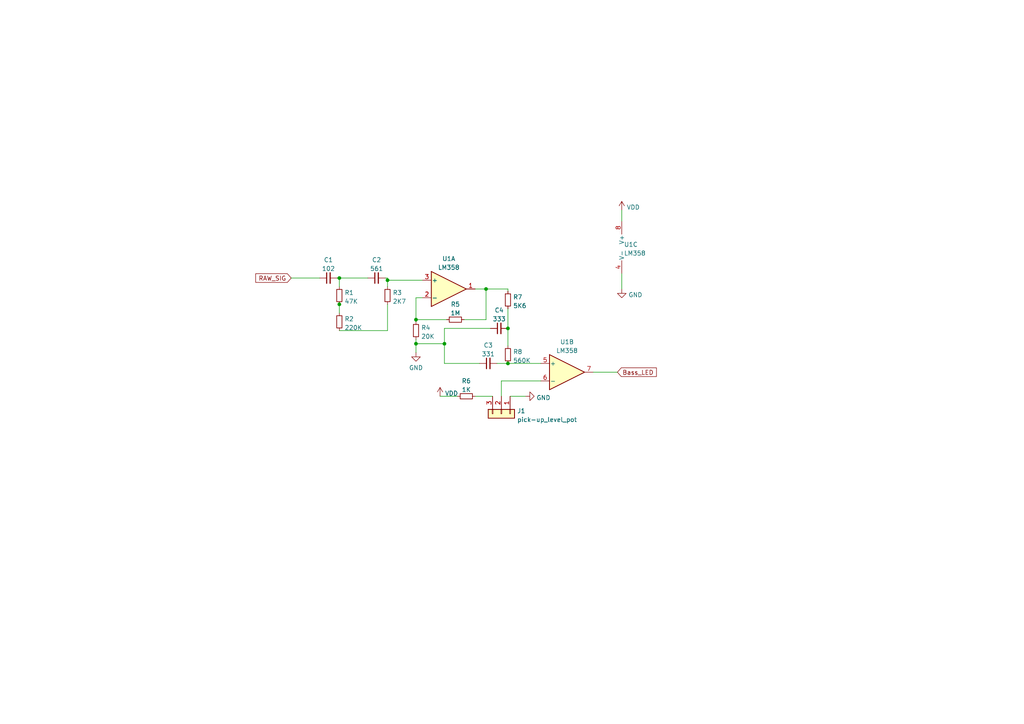
<source format=kicad_sch>
(kicad_sch (version 20211123) (generator eeschema)
  (paper "A4")
  (lib_symbols
    (symbol "Amplifier_Operational:LM358" (pin_names (offset 0.127))
      (property "Reference" "U" (at 0 5.08 0))
      (property "Value" "LM358" (at 0 -5.08 0))
      (symbol "LM358_1_1"
        (polyline (pts (xy -5.08 5.08) (xy 5.08 0) (xy -5.08 -5.08) (xy -5.08 5.08)) (stroke (width 0.254)) (fill (type background)))
        (pin output line (at 7.62 0 180) (length 2.54) (name "~") (number "1"))
        (pin input line (at -7.62 -2.54 0) (length 2.54) (name "-") (number "2"))
        (pin input line (at -7.62 2.54 0) (length 2.54) (name "+") (number "3"))
      )
      (symbol "LM358_2_1"
        (polyline (pts (xy -5.08 5.08) (xy 5.08 0) (xy -5.08 -5.08) (xy -5.08 5.08)) (stroke (width 0.254)) (fill (type background)))
        (pin input line (at -7.62 2.54 0) (length 2.54) (name "+") (number "5"))
        (pin input line (at -7.62 -2.54 0) (length 2.54) (name "-") (number "6"))
        (pin output line (at 7.62 0 180) (length 2.54) (name "~") (number "7"))
      )
      (symbol "LM358_3_1"
        (pin power_in line (at -2.54 -7.62 90) (length 3.81) (name "V-") (number "4"))
        (pin power_in line (at -2.54 7.62 270) (length 3.81) (name "V+") (number "8"))
      )
    )
    (symbol "Connector_Generic:Conn_01x03" (pin_names (offset 1.016) hide)
      (property "Reference" "J" (at 0 5.08 0))
      (property "Value" "Conn_01x03" (at 0 -5.08 0))
      (symbol "Conn_01x03_1_1"
        (rectangle (start -1.27 -2.413) (end 0 -2.667) (stroke (width 0.1524)))
        (rectangle (start -1.27 0.127) (end 0 -0.127) (stroke (width 0.1524)))
        (rectangle (start -1.27 2.667) (end 0 2.413) (stroke (width 0.1524)))
        (rectangle (start -1.27 3.81) (end 1.27 -3.81) (stroke (width 0.254)) (fill (type background)))
        (pin passive line (at -5.08 2.54 0) (length 3.81) (name "Pin_1") (number "1"))
        (pin passive line (at -5.08 0 0) (length 3.81) (name "Pin_2") (number "2"))
        (pin passive line (at -5.08 -2.54 0) (length 3.81) (name "Pin_3") (number "3"))
      )
    )
    (symbol "Device:C_Small" (pin_numbers hide) (pin_names (offset 0.254) hide)
      (property "Reference" "C" (at 0.254 1.778 0))
      (property "Value" "C_Small" (at 0.254 -2.032 0))
      (symbol "C_Small_0_1"
        (polyline (pts (xy -1.524 -0.508) (xy 1.524 -0.508)) (stroke (width 0.3302)))
        (polyline (pts (xy -1.524 0.508) (xy 1.524 0.508)) (stroke (width 0.3048)))
      )
      (symbol "C_Small_1_1"
        (pin passive line (at 0 2.54 270) (length 2.032) (name "~") (number "1"))
        (pin passive line (at 0 -2.54 90) (length 2.032) (name "~") (number "2"))
      )
    )
    (symbol "Device:R_Small" (pin_numbers hide) (pin_names (offset 0.254) hide)
      (property "Reference" "R" (at 0.762 0.508 0))
      (property "Value" "R_Small" (at 0.762 -1.016 0))
      (symbol "R_Small_0_1"
        (rectangle (start -0.762 1.778) (end 0.762 -1.778) (stroke (width 0.2032)))
      )
      (symbol "R_Small_1_1"
        (pin passive line (at 0 2.54 270) (length 0.762) (name "~") (number "1"))
        (pin passive line (at 0 -2.54 90) (length 0.762) (name "~") (number "2"))
      )
    )
    (symbol "power:GND" (power) (pin_names (offset 0))
      (property "Value" "GND" (at 0 -3.81 0))
      (symbol "GND_0_1"
        (polyline (pts (xy 0 0) (xy 0 -1.27) (xy 1.27 -1.27) (xy 0 -2.54) (xy -1.27 -1.27) (xy 0 -1.27)))
      )
      (symbol "GND_1_1"
        (pin power_in line (at 0 0 270) (length 0) hide (name "GND") (number "1"))
      )
    )
    (symbol "power:VDD" (power) (pin_names (offset 0))
      (property "Value" "VDD" (at 0 3.81 0))
      (symbol "VDD_0_1"
        (polyline (pts (xy -0.762 1.27) (xy 0 2.54)))
        (polyline (pts (xy 0 0) (xy 0 2.54)))
        (polyline (pts (xy 0 2.54) (xy 0.762 1.27)))
      )
      (symbol "VDD_1_1"
        (pin power_in line (at 0 0 90) (length 0) hide (name "VDD") (number "1"))
      )
    )
  )
  (junction (at 147.32 95.25))
  (junction (at 112.395 81.28))
  (junction (at 120.65 99.695))
  (junction (at 140.97 83.82))
  (junction (at 98.425 80.645))
  (junction (at 98.425 88.265))
  (junction (at 120.65 92.71))
  (junction (at 128.905 99.695))
  (junction (at 147.32 105.41))
  (wire (pts (xy 84.455 80.645) (xy 92.71 80.645)))
  (wire (pts (xy 98.425 88.265) (xy 98.425 90.805)))
  (wire (pts (xy 147.32 95.25) (xy 147.32 100.33)))
  (wire (pts (xy 139.065 105.41) (xy 128.905 105.41)))
  (wire (pts (xy 120.65 86.36) (xy 120.65 92.71)))
  (wire (pts (xy 120.65 92.71) (xy 120.65 93.345)))
  (wire (pts (xy 134.62 92.71) (xy 140.97 92.71)))
  (wire (pts (xy 112.395 81.28) (xy 112.395 83.185)))
  (wire (pts (xy 122.555 86.36) (xy 120.65 86.36)))
  (wire (pts (xy 147.32 89.535) (xy 147.32 95.25)))
  (wire (pts (xy 128.905 95.25) (xy 128.905 99.695)))
  (wire (pts (xy 145.415 114.935) (xy 145.415 110.49)))
  (wire (pts (xy 127.635 114.935) (xy 132.715 114.935)))
  (wire (pts (xy 147.32 105.41) (xy 156.845 105.41)))
  (wire (pts (xy 97.79 80.645) (xy 98.425 80.645)))
  (wire (pts (xy 112.395 95.885) (xy 98.425 95.885)))
  (wire (pts (xy 180.34 79.375) (xy 180.34 83.82)))
  (wire (pts (xy 142.24 95.25) (xy 128.905 95.25)))
  (wire (pts (xy 172.085 107.95) (xy 179.07 107.95)))
  (wire (pts (xy 180.34 60.96) (xy 180.34 64.135)))
  (wire (pts (xy 145.415 110.49) (xy 156.845 110.49)))
  (wire (pts (xy 129.54 92.71) (xy 120.65 92.71)))
  (wire (pts (xy 128.905 105.41) (xy 128.905 99.695)))
  (wire (pts (xy 140.97 83.82) (xy 147.32 83.82)))
  (wire (pts (xy 98.425 87.63) (xy 98.425 88.265)))
  (wire (pts (xy 98.425 80.645) (xy 106.68 80.645)))
  (wire (pts (xy 144.145 105.41) (xy 147.32 105.41)))
  (wire (pts (xy 98.425 83.185) (xy 98.425 80.645)))
  (wire (pts (xy 111.76 80.645) (xy 112.395 80.645)))
  (wire (pts (xy 120.65 99.695) (xy 120.65 102.235)))
  (wire (pts (xy 112.395 80.645) (xy 112.395 81.28)))
  (wire (pts (xy 112.395 81.28) (xy 122.555 81.28)))
  (wire (pts (xy 137.795 83.82) (xy 140.97 83.82)))
  (wire (pts (xy 147.32 83.82) (xy 147.32 84.455)))
  (wire (pts (xy 147.955 114.935) (xy 152.4 114.935)))
  (wire (pts (xy 137.795 114.935) (xy 142.875 114.935)))
  (wire (pts (xy 112.395 88.265) (xy 112.395 95.885)))
  (wire (pts (xy 140.97 92.71) (xy 140.97 83.82)))
  (wire (pts (xy 128.905 99.695) (xy 120.65 99.695)))
  (wire (pts (xy 120.65 98.425) (xy 120.65 99.695)))
  (global_label "RAW_SIG" (shape input) (at 84.455 80.645 180) (property "Intersheet References" "${INTERSHEET_REFS}" (effects hide)))
  (global_label "Bass_LED" (shape input) (at 179.07 107.95 0) (property "Intersheet References" "${INTERSHEET_REFS}" (effects hide)))
  (symbol (lib_id "Connector_Generic:Conn_01x03") (at 145.415 120.015 270) (unit 1)
    (property "Reference" "J1" (at 149.987 119.1803 90) (effects (justify left)))
    (property "Value" "pick-up_level_pot" (at 149.987 121.7172 90) (effects (justify left)))
    (property "Footprint" "Connector_PinHeader_2.54mm:PinHeader_1x03_P2.54mm_Vertical" (effects hide))
  )
  (symbol (lib_id "Device:R_Small") (at 147.32 86.995 0) (unit 1)
    (property "Reference" "R7" (at 148.8186 86.1603 0) (effects (justify left)))
    (property "Value" "5K6" (at 148.8186 88.6972 0) (effects (justify left)))
    (property "Footprint" "Resistor_THT:R_Axial_DIN0204_L3.6mm_D1.6mm_P5.08mm_Horizontal" (effects hide))
  )
  (symbol (lib_id "Device:C_Small") (at 141.605 105.41 90) (unit 1)
    (property "Reference" "C3" (at 141.6113 100.1481 90))
    (property "Value" "331" (at 141.6113 102.685 90))
    (property "Footprint" "Capacitor_THT:C_Disc_D7.0mm_W2.5mm_P5.00mm" (effects hide))
  )
  (symbol (lib_id "Device:C_Small") (at 95.25 80.645 90) (unit 1)
    (property "Reference" "C1" (at 95.2563 75.3831 90))
    (property "Value" "102" (at 95.2563 77.92 90))
    (property "Footprint" "Capacitor_THT:C_Disc_D7.0mm_W2.5mm_P5.00mm" (effects hide))
  )
  (symbol (lib_id "Amplifier_Operational:LM358") (at 130.175 83.82 0) (unit 1)
    (property "Reference" "U1" (at 130.175 75.0402 0))
    (property "Value" "LM358" (at 130.175 77.5771 0))
    (property "Footprint" "Package_DIP:DIP-8_W7.62mm" (effects hide))
    (property "Datasheet" "http://www.ti.com/lit/ds/symlink/lm2904-n.pdf" (effects hide))
  )
  (symbol (lib_id "Device:R_Small") (at 120.65 95.885 0) (unit 1)
    (property "Reference" "R4" (at 122.1486 95.0503 0) (effects (justify left)))
    (property "Value" "20K" (at 122.1486 97.5872 0) (effects (justify left)))
    (property "Footprint" "Resistor_THT:R_Axial_DIN0204_L3.6mm_D1.6mm_P5.08mm_Horizontal" (effects hide))
  )
  (symbol (lib_id "Device:R_Small") (at 132.08 92.71 270) (unit 1)
    (property "Reference" "R5" (at 132.08 88.2736 90))
    (property "Value" "1M" (at 132.08 90.8105 90))
    (property "Footprint" "Resistor_THT:R_Axial_DIN0204_L3.6mm_D1.6mm_P5.08mm_Horizontal" (effects hide))
  )
  (symbol (lib_id "Device:C_Small") (at 109.22 80.645 90) (unit 1)
    (property "Reference" "C2" (at 109.2263 75.3831 90))
    (property "Value" "561" (at 109.2263 77.92 90))
    (property "Footprint" "Capacitor_THT:C_Disc_D7.0mm_W2.5mm_P5.00mm" (effects hide))
  )
  (symbol (lib_id "Device:R_Small") (at 135.255 114.935 270) (unit 1)
    (property "Reference" "R6" (at 135.255 110.4986 90))
    (property "Value" "1K" (at 135.255 113.0355 90))
    (property "Footprint" "Resistor_THT:R_Axial_DIN0204_L3.6mm_D1.6mm_P5.08mm_Horizontal" (effects hide))
  )
  (symbol (lib_id "power:VDD") (at 127.635 114.935 0) (unit 1)
    (property "Reference" "#PWR02" (effects hide))
    (property "Value" "VDD" (at 129.032 114.0988 0) (effects (justify left)))
  )
  (symbol (lib_id "power:GND") (at 180.34 83.82 0) (unit 1)
    (property "Reference" "#PWR05" (effects hide))
    (property "Value" "GND" (at 182.245 85.5238 0) (effects (justify left)))
  )
  (symbol (lib_id "power:VDD") (at 180.34 60.96 0) (unit 1)
    (property "Reference" "#PWR04" (effects hide))
    (property "Value" "VDD" (at 181.737 60.1238 0) (effects (justify left)))
  )
  (symbol (lib_id "Device:R_Small") (at 98.425 93.345 0) (unit 1)
    (property "Reference" "R2" (at 99.9236 92.5103 0) (effects (justify left)))
    (property "Value" "220K" (at 99.9236 95.0472 0) (effects (justify left)))
    (property "Footprint" "Resistor_THT:R_Axial_DIN0204_L3.6mm_D1.6mm_P5.08mm_Horizontal" (effects hide))
  )
  (symbol (lib_id "Device:R_Small") (at 147.32 102.87 0) (unit 1)
    (property "Reference" "R8" (at 148.8186 102.0353 0) (effects (justify left)))
    (property "Value" "560K" (at 148.8186 104.5722 0) (effects (justify left)))
    (property "Footprint" "Resistor_THT:R_Axial_DIN0204_L3.6mm_D1.6mm_P5.08mm_Horizontal" (effects hide))
  )
  (symbol (lib_id "power:GND") (at 120.65 102.235 0) (unit 1)
    (property "Reference" "#PWR01" (effects hide))
    (property "Value" "GND" (at 120.65 106.6784 0))
  )
  (symbol (lib_id "Device:C_Small") (at 144.78 95.25 90) (unit 1)
    (property "Reference" "C4" (at 144.7863 89.9881 90))
    (property "Value" "333" (at 144.7863 92.525 90))
    (property "Footprint" "Capacitor_THT:C_Disc_D7.0mm_W2.5mm_P5.00mm" (effects hide))
  )
  (symbol (lib_id "Amplifier_Operational:LM358") (at 182.88 71.755 0) (unit 3)
    (property "Reference" "U1" (at 180.975 70.9203 0) (effects (justify left)))
    (property "Value" "LM358" (at 180.975 73.4572 0) (effects (justify left)))
    (property "Footprint" "Package_DIP:DIP-8_W7.62mm" (effects hide))
    (property "Datasheet" "http://www.ti.com/lit/ds/symlink/lm2904-n.pdf" (effects hide))
  )
  (symbol (lib_id "Amplifier_Operational:LM358") (at 164.465 107.95 0) (unit 2)
    (property "Reference" "U1" (at 164.465 99.1702 0))
    (property "Value" "LM358" (at 164.465 101.7071 0))
    (property "Footprint" "Package_DIP:DIP-8_W7.62mm" (effects hide))
    (property "Datasheet" "http://www.ti.com/lit/ds/symlink/lm2904-n.pdf" (effects hide))
  )
  (symbol (lib_id "Device:R_Small") (at 112.395 85.725 180) (unit 1)
    (property "Reference" "R3" (at 113.8936 84.8903 0) (effects (justify right)))
    (property "Value" "2K7" (at 113.8936 87.4272 0) (effects (justify right)))
    (property "Footprint" "Resistor_THT:R_Axial_DIN0204_L3.6mm_D1.6mm_P5.08mm_Horizontal" (effects hide))
  )
  (symbol (lib_id "power:GND") (at 152.4 114.935 90) (unit 1)
    (property "Reference" "#PWR03" (effects hide))
    (property "Value" "GND" (at 155.575 115.3688 90) (effects (justify right)))
  )
  (symbol (lib_id "Device:R_Small") (at 98.425 85.725 180) (unit 1)
    (property "Reference" "R1" (at 99.9236 84.8903 0) (effects (justify right)))
    (property "Value" "47K" (at 99.9236 87.4272 0) (effects (justify right)))
    (property "Footprint" "Resistor_THT:R_Axial_DIN0204_L3.6mm_D1.6mm_P5.08mm_Horizontal" (effects hide))
  )
)
</source>
